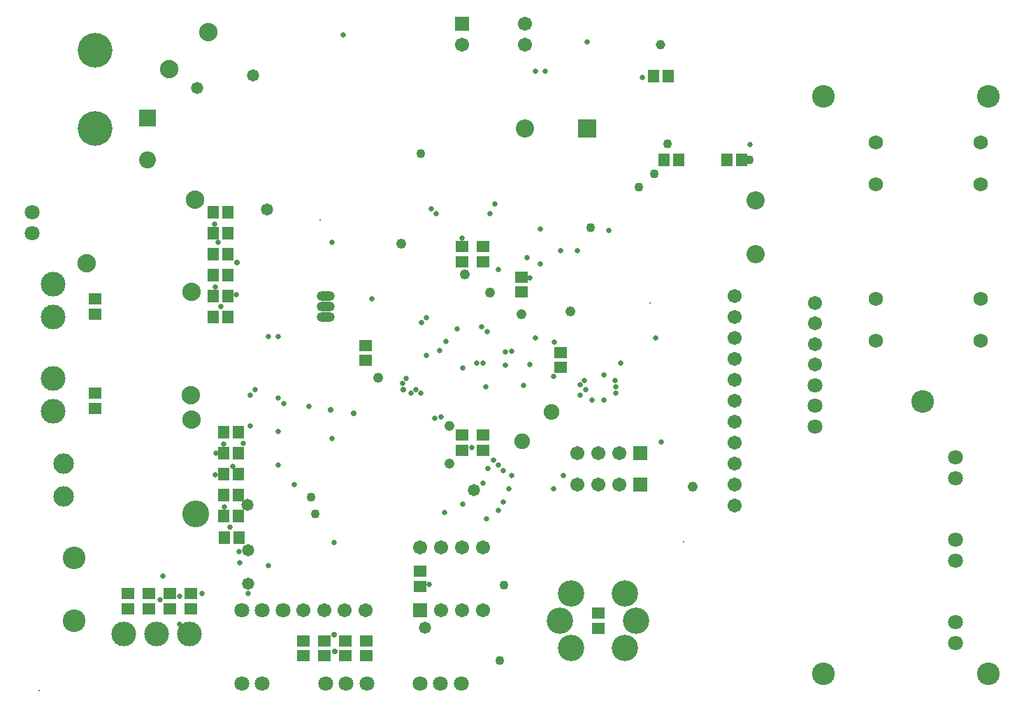
<source format=gbs>
%FSLAX25Y25*%
%MOIN*%
G70*
G01*
G75*
G04 Layer_Color=16711935*
%ADD10R,0.07874X0.03937*%
%ADD11R,0.04724X0.05512*%
G04:AMPARAMS|DCode=12|XSize=9.84mil|YSize=61.02mil|CornerRadius=0mil|HoleSize=0mil|Usage=FLASHONLY|Rotation=225.000|XOffset=0mil|YOffset=0mil|HoleType=Round|Shape=Round|*
%AMOVALD12*
21,1,0.05118,0.00984,0.00000,0.00000,315.0*
1,1,0.00984,-0.01810,0.01810*
1,1,0.00984,0.01810,-0.01810*
%
%ADD12OVALD12*%

G04:AMPARAMS|DCode=13|XSize=9.84mil|YSize=61.02mil|CornerRadius=0mil|HoleSize=0mil|Usage=FLASHONLY|Rotation=135.000|XOffset=0mil|YOffset=0mil|HoleType=Round|Shape=Round|*
%AMOVALD13*
21,1,0.05118,0.00984,0.00000,0.00000,225.0*
1,1,0.00984,0.01810,0.01810*
1,1,0.00984,-0.01810,-0.01810*
%
%ADD13OVALD13*%

%ADD14R,0.09449X0.03937*%
%ADD15R,0.09449X0.12992*%
%ADD16R,0.07087X0.03543*%
%ADD17R,0.23228X0.21654*%
%ADD18R,0.06693X0.06693*%
%ADD19R,0.20276X0.09252*%
%ADD20R,0.07992X0.08976*%
G04:AMPARAMS|DCode=21|XSize=11.81mil|YSize=59.06mil|CornerRadius=2.95mil|HoleSize=0mil|Usage=FLASHONLY|Rotation=0.000|XOffset=0mil|YOffset=0mil|HoleType=Round|Shape=RoundedRectangle|*
%AMROUNDEDRECTD21*
21,1,0.01181,0.05315,0,0,0.0*
21,1,0.00591,0.05906,0,0,0.0*
1,1,0.00591,0.00295,-0.02658*
1,1,0.00591,-0.00295,-0.02658*
1,1,0.00591,-0.00295,0.02658*
1,1,0.00591,0.00295,0.02658*
%
%ADD21ROUNDEDRECTD21*%
G04:AMPARAMS|DCode=22|XSize=11.81mil|YSize=59.06mil|CornerRadius=2.95mil|HoleSize=0mil|Usage=FLASHONLY|Rotation=90.000|XOffset=0mil|YOffset=0mil|HoleType=Round|Shape=RoundedRectangle|*
%AMROUNDEDRECTD22*
21,1,0.01181,0.05315,0,0,90.0*
21,1,0.00591,0.05906,0,0,90.0*
1,1,0.00591,0.02658,0.00295*
1,1,0.00591,0.02658,-0.00295*
1,1,0.00591,-0.02658,-0.00295*
1,1,0.00591,-0.02658,0.00295*
%
%ADD22ROUNDEDRECTD22*%
%ADD23R,0.03937X0.11417*%
%ADD24R,0.40945X0.31496*%
%ADD25R,0.05512X0.04724*%
%ADD26O,0.09843X0.02756*%
%ADD27O,0.08858X0.02362*%
%ADD28R,0.02362X0.04528*%
%ADD29R,0.08465X0.11221*%
%ADD30R,0.04528X0.02362*%
%ADD31R,0.06693X0.06693*%
%ADD32R,0.09252X0.20276*%
%ADD33R,0.11221X0.08465*%
%ADD34R,0.19685X0.31496*%
%ADD35C,0.02000*%
%ADD36C,0.02500*%
%ADD37C,0.01000*%
%ADD38C,0.01500*%
%ADD39C,0.10000*%
%ADD40C,0.05000*%
%ADD41C,0.06299*%
%ADD42C,0.05906*%
%ADD43C,0.06000*%
%ADD44C,0.10000*%
%ADD45C,0.06693*%
%ADD46C,0.09000*%
%ADD47C,0.11000*%
%ADD48C,0.15748*%
%ADD49C,0.11811*%
%ADD50R,0.05906X0.05906*%
%ADD51C,0.07874*%
%ADD52R,0.05906X0.05906*%
%ADD53O,0.07874X0.03937*%
%ADD54O,0.07874X0.03937*%
%ADD55R,0.07874X0.07874*%
%ADD56R,0.07284X0.07284*%
%ADD57C,0.07284*%
%ADD58C,0.00100*%
%ADD59C,0.05000*%
%ADD60C,0.01800*%
%ADD61C,0.02000*%
%ADD62C,0.08000*%
%ADD63C,0.03800*%
%ADD64C,0.03500*%
%ADD65C,0.04000*%
%ADD66C,0.12000*%
%ADD67C,0.00500*%
%ADD68C,0.00984*%
%ADD69C,0.02362*%
%ADD70C,0.00787*%
%ADD71C,0.00800*%
%ADD72R,0.08674X0.04737*%
%ADD73R,0.05524X0.06312*%
G04:AMPARAMS|DCode=74|XSize=17.84mil|YSize=69.02mil|CornerRadius=0mil|HoleSize=0mil|Usage=FLASHONLY|Rotation=225.000|XOffset=0mil|YOffset=0mil|HoleType=Round|Shape=Round|*
%AMOVALD74*
21,1,0.05118,0.01784,0.00000,0.00000,315.0*
1,1,0.01784,-0.01810,0.01810*
1,1,0.01784,0.01810,-0.01810*
%
%ADD74OVALD74*%

G04:AMPARAMS|DCode=75|XSize=17.84mil|YSize=69.02mil|CornerRadius=0mil|HoleSize=0mil|Usage=FLASHONLY|Rotation=135.000|XOffset=0mil|YOffset=0mil|HoleType=Round|Shape=Round|*
%AMOVALD75*
21,1,0.05118,0.01784,0.00000,0.00000,225.0*
1,1,0.01784,0.01810,0.01810*
1,1,0.01784,-0.01810,-0.01810*
%
%ADD75OVALD75*%

%ADD76R,0.10249X0.04737*%
%ADD77R,0.10249X0.13792*%
%ADD78R,0.07887X0.04343*%
%ADD79R,0.24028X0.22453*%
%ADD80R,0.07493X0.07493*%
%ADD81R,0.21076X0.10052*%
%ADD82R,0.08792X0.09776*%
G04:AMPARAMS|DCode=83|XSize=19.81mil|YSize=67.06mil|CornerRadius=6.95mil|HoleSize=0mil|Usage=FLASHONLY|Rotation=0.000|XOffset=0mil|YOffset=0mil|HoleType=Round|Shape=RoundedRectangle|*
%AMROUNDEDRECTD83*
21,1,0.01981,0.05315,0,0,0.0*
21,1,0.00591,0.06706,0,0,0.0*
1,1,0.01391,0.00295,-0.02658*
1,1,0.01391,-0.00295,-0.02658*
1,1,0.01391,-0.00295,0.02658*
1,1,0.01391,0.00295,0.02658*
%
%ADD83ROUNDEDRECTD83*%
G04:AMPARAMS|DCode=84|XSize=19.81mil|YSize=67.06mil|CornerRadius=6.95mil|HoleSize=0mil|Usage=FLASHONLY|Rotation=90.000|XOffset=0mil|YOffset=0mil|HoleType=Round|Shape=RoundedRectangle|*
%AMROUNDEDRECTD84*
21,1,0.01981,0.05315,0,0,90.0*
21,1,0.00591,0.06706,0,0,90.0*
1,1,0.01391,0.02658,0.00295*
1,1,0.01391,0.02658,-0.00295*
1,1,0.01391,-0.02658,-0.00295*
1,1,0.01391,-0.02658,0.00295*
%
%ADD84ROUNDEDRECTD84*%
%ADD85R,0.04737X0.12217*%
%ADD86R,0.41745X0.32296*%
%ADD87R,0.06312X0.05524*%
%ADD88O,0.10642X0.03556*%
%ADD89O,0.09658X0.03162*%
%ADD90R,0.03162X0.05328*%
%ADD91R,0.09265X0.12020*%
%ADD92R,0.05328X0.03162*%
%ADD93R,0.07493X0.07493*%
%ADD94R,0.10052X0.21076*%
%ADD95R,0.12020X0.09265*%
%ADD96R,0.20485X0.32296*%
%ADD97C,0.07099*%
%ADD98C,0.06706*%
%ADD99C,0.06800*%
%ADD100C,0.10800*%
%ADD101C,0.07493*%
%ADD102C,0.09800*%
%ADD103C,0.11800*%
%ADD104C,0.16548*%
%ADD105C,0.12611*%
%ADD106R,0.06706X0.06706*%
%ADD107C,0.08674*%
%ADD108R,0.06706X0.06706*%
%ADD109O,0.08674X0.04737*%
%ADD110O,0.08674X0.04737*%
%ADD111R,0.08674X0.08674*%
%ADD112R,0.08083X0.08083*%
%ADD113C,0.08083*%
%ADD114C,0.00900*%
%ADD115C,0.00800*%
%ADD116C,0.05800*%
%ADD117C,0.02600*%
%ADD118C,0.02800*%
%ADD119C,0.08800*%
%ADD120C,0.04600*%
%ADD121C,0.04300*%
%ADD122C,0.04800*%
%ADD123C,0.12800*%
D73*
X328543Y265000D02*
D03*
X321457D02*
D03*
X316457Y305000D02*
D03*
X323543D02*
D03*
X351457Y265000D02*
D03*
X358543D02*
D03*
X118543Y105000D02*
D03*
X111457D02*
D03*
X118543Y95000D02*
D03*
X111457D02*
D03*
X118743Y84800D02*
D03*
X111657D02*
D03*
X118543Y135000D02*
D03*
X111457D02*
D03*
X111457Y125000D02*
D03*
X118543D02*
D03*
X111457Y115000D02*
D03*
X118543D02*
D03*
X113543Y240000D02*
D03*
X106457D02*
D03*
X113543Y230000D02*
D03*
X106457D02*
D03*
X113543Y220000D02*
D03*
X106457D02*
D03*
X113543Y190000D02*
D03*
X106457D02*
D03*
X113543Y210000D02*
D03*
X106457D02*
D03*
X113543Y200000D02*
D03*
X106457D02*
D03*
D87*
X205000Y68543D02*
D03*
Y61457D02*
D03*
X65800Y57887D02*
D03*
Y50800D02*
D03*
X75800Y57887D02*
D03*
Y50800D02*
D03*
X95800Y57887D02*
D03*
Y50800D02*
D03*
X179600Y28257D02*
D03*
Y35343D02*
D03*
X149600Y28257D02*
D03*
Y35343D02*
D03*
X85800Y57887D02*
D03*
Y50800D02*
D03*
X169600Y28257D02*
D03*
Y35343D02*
D03*
X159600Y28257D02*
D03*
Y35343D02*
D03*
X290000Y48543D02*
D03*
Y41457D02*
D03*
X235000Y223543D02*
D03*
Y216457D02*
D03*
X225000Y126457D02*
D03*
Y133543D02*
D03*
X50000Y191457D02*
D03*
Y198543D02*
D03*
Y146457D02*
D03*
Y153543D02*
D03*
X179200Y169257D02*
D03*
Y176343D02*
D03*
X235000Y126457D02*
D03*
Y133543D02*
D03*
X272000Y173143D02*
D03*
Y166057D02*
D03*
X225000Y223543D02*
D03*
Y216457D02*
D03*
X253543Y209055D02*
D03*
Y201969D02*
D03*
D97*
X460567Y34370D02*
D03*
Y44370D02*
D03*
X460567Y73740D02*
D03*
Y83740D02*
D03*
Y113110D02*
D03*
Y123110D02*
D03*
X393638Y157480D02*
D03*
Y147638D02*
D03*
Y137795D02*
D03*
X20000Y230157D02*
D03*
Y240000D02*
D03*
X129842Y15000D02*
D03*
X120000D02*
D03*
X179685D02*
D03*
X169843D02*
D03*
X160000D02*
D03*
X139685Y50000D02*
D03*
X129842D02*
D03*
X120000D02*
D03*
X224685Y15000D02*
D03*
X214843D02*
D03*
X205000D02*
D03*
D98*
X393638Y167323D02*
D03*
Y177165D02*
D03*
Y187008D02*
D03*
Y196850D02*
D03*
X280000Y125000D02*
D03*
X290000D02*
D03*
X300000D02*
D03*
X280000Y110000D02*
D03*
X290000D02*
D03*
X300000D02*
D03*
X215000Y50000D02*
D03*
X225000D02*
D03*
X235000D02*
D03*
X205000Y80000D02*
D03*
X215000D02*
D03*
X225000D02*
D03*
X235000D02*
D03*
X355000Y100000D02*
D03*
Y110000D02*
D03*
Y120000D02*
D03*
Y130000D02*
D03*
Y150000D02*
D03*
Y160000D02*
D03*
Y140000D02*
D03*
Y170000D02*
D03*
Y180000D02*
D03*
Y190000D02*
D03*
Y200000D02*
D03*
X149528Y50000D02*
D03*
X159370D02*
D03*
X169213D02*
D03*
X179055D02*
D03*
X255000Y320000D02*
D03*
Y330000D02*
D03*
X225000Y320000D02*
D03*
D99*
X472378Y198661D02*
D03*
X422378Y178661D02*
D03*
Y198661D02*
D03*
X472378Y178661D02*
D03*
Y273465D02*
D03*
X422378Y253465D02*
D03*
Y273465D02*
D03*
X472378Y253465D02*
D03*
D100*
X397575Y295276D02*
D03*
Y19685D02*
D03*
X444819Y149606D02*
D03*
X476315Y19685D02*
D03*
Y295276D02*
D03*
X40000Y45000D02*
D03*
Y75000D02*
D03*
D101*
X253729Y130529D02*
D03*
X267871Y144671D02*
D03*
D102*
X35000Y120000D02*
D03*
Y104409D02*
D03*
D103*
X30000Y160591D02*
D03*
Y145000D02*
D03*
X95000Y38543D02*
D03*
X79409D02*
D03*
X63819D02*
D03*
X30000Y205591D02*
D03*
Y190000D02*
D03*
D104*
X50000Y317402D02*
D03*
Y280000D02*
D03*
D105*
X277055Y32055D02*
D03*
X302945Y57945D02*
D03*
X277055D02*
D03*
X271693Y45000D02*
D03*
X302945Y32055D02*
D03*
X308307Y45000D02*
D03*
D106*
X310000Y125000D02*
D03*
Y110000D02*
D03*
X225000Y330000D02*
D03*
D107*
X365000Y245590D02*
D03*
Y220000D02*
D03*
X255039Y280000D02*
D03*
D108*
X205000Y50000D02*
D03*
D109*
X160000Y200000D02*
D03*
Y190000D02*
D03*
D110*
Y195000D02*
D03*
D111*
X284961Y280000D02*
D03*
D112*
X75000Y285000D02*
D03*
D113*
Y265000D02*
D03*
D114*
X157480Y236221D02*
D03*
X314961Y196850D02*
D03*
X330709Y82677D02*
D03*
D115*
X23622Y11811D02*
D03*
D116*
X123063Y62800D02*
D03*
X125591Y305512D02*
D03*
X98819Y299213D02*
D03*
X132087Y241339D02*
D03*
X230709Y107480D02*
D03*
X122778Y100315D02*
D03*
X207480Y41732D02*
D03*
X123228Y78740D02*
D03*
D117*
X82400Y66400D02*
D03*
X132800Y71200D02*
D03*
X107229Y234429D02*
D03*
X107571Y204429D02*
D03*
X114400Y89600D02*
D03*
X111771Y99429D02*
D03*
X111371Y129429D02*
D03*
X284657Y321457D02*
D03*
X225600Y165600D02*
D03*
X273600Y114400D02*
D03*
X248800D02*
D03*
X237600Y117600D02*
D03*
X232000Y168000D02*
D03*
X295200Y231200D02*
D03*
X292800Y162400D02*
D03*
Y150400D02*
D03*
X287200D02*
D03*
X281600Y152800D02*
D03*
X244800Y116800D02*
D03*
Y101600D02*
D03*
X225600Y100800D02*
D03*
X242400Y119200D02*
D03*
Y97600D02*
D03*
X216800Y96800D02*
D03*
X209600Y62400D02*
D03*
X236800Y93600D02*
D03*
X240000Y121600D02*
D03*
X317600Y180000D02*
D03*
X298400Y153600D02*
D03*
X284000Y155200D02*
D03*
X298400Y156800D02*
D03*
X281600Y157600D02*
D03*
X298000Y159600D02*
D03*
X283600D02*
D03*
X257600Y167200D02*
D03*
X268800Y161600D02*
D03*
X137600Y119200D02*
D03*
Y135200D02*
D03*
X215200Y142400D02*
D03*
X260000Y307200D02*
D03*
X264800D02*
D03*
X260000Y180000D02*
D03*
X320000Y130400D02*
D03*
X242519Y212681D02*
D03*
X262400Y232000D02*
D03*
X196800Y158400D02*
D03*
X222892Y184493D02*
D03*
X198400Y160800D02*
D03*
X217600Y178400D02*
D03*
X238400Y239200D02*
D03*
X212800D02*
D03*
X208000Y189600D02*
D03*
X240800Y244000D02*
D03*
X210400Y241600D02*
D03*
X205840Y187200D02*
D03*
X132800Y180800D02*
D03*
X137600D02*
D03*
X300800Y168000D02*
D03*
X212000Y141600D02*
D03*
X205600Y153600D02*
D03*
X200800D02*
D03*
X203200Y155200D02*
D03*
X137600Y151200D02*
D03*
X152000Y147200D02*
D03*
X140000Y148800D02*
D03*
X311102Y304252D02*
D03*
X126378Y155512D02*
D03*
X117587Y200787D02*
D03*
X120895Y129600D02*
D03*
X124016Y152756D02*
D03*
Y138189D02*
D03*
X123228Y57874D02*
D03*
X101181D02*
D03*
X107677Y125000D02*
D03*
X107480Y114567D02*
D03*
X168504Y324803D02*
D03*
X115748Y118652D02*
D03*
X90400Y56844D02*
D03*
X90551Y43307D02*
D03*
X225000Y227756D02*
D03*
X245669Y173228D02*
D03*
Y166929D02*
D03*
X236614Y156693D02*
D03*
X214567Y174016D02*
D03*
X208268Y171653D02*
D03*
X182165Y198543D02*
D03*
X229921Y127559D02*
D03*
X235000Y110669D02*
D03*
X247638Y107874D02*
D03*
X268898D02*
D03*
X269291Y177953D02*
D03*
X108829Y225571D02*
D03*
X272000Y221600D02*
D03*
X280000D02*
D03*
X257600Y208800D02*
D03*
X254398Y157200D02*
D03*
X248800Y173600D02*
D03*
X262400Y215200D02*
D03*
X256000Y218400D02*
D03*
X362400Y272441D02*
D03*
X163200Y132000D02*
D03*
X118740Y78060D02*
D03*
X119200Y72800D02*
D03*
X164000Y82400D02*
D03*
X163200Y225600D02*
D03*
X145000Y110000D02*
D03*
X110000Y195000D02*
D03*
X234414Y185414D02*
D03*
X237000Y183000D02*
D03*
X81000Y55000D02*
D03*
X235000Y168000D02*
D03*
D118*
X197105Y155200D02*
D03*
X173600Y144000D02*
D03*
X162400Y145600D02*
D03*
X117717Y215883D02*
D03*
X164000Y38400D02*
D03*
X164500Y30500D02*
D03*
D119*
X95787Y152756D02*
D03*
X46063Y215748D02*
D03*
X96000Y141000D02*
D03*
Y202000D02*
D03*
X97913Y246087D02*
D03*
X85425Y308425D02*
D03*
X104000Y326000D02*
D03*
D120*
X319764Y320000D02*
D03*
D121*
X316929Y258268D02*
D03*
X309600Y252000D02*
D03*
X323200Y272800D02*
D03*
X362200Y265000D02*
D03*
X286400Y232800D02*
D03*
X205600Y268000D02*
D03*
X243000Y26000D02*
D03*
X153000Y104000D02*
D03*
X155000Y96000D02*
D03*
X245000Y62000D02*
D03*
D122*
X196000Y225000D02*
D03*
X185000Y161000D02*
D03*
X219000Y138000D02*
D03*
Y120000D02*
D03*
X276800Y192800D02*
D03*
X253600Y191200D02*
D03*
X238400Y201600D02*
D03*
X226400Y210400D02*
D03*
X335000Y109000D02*
D03*
D123*
X98000Y96000D02*
D03*
M02*

</source>
